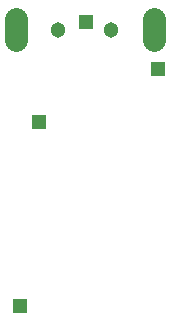
<source format=gbs>
G75*
%MOIN*%
%OFA0B0*%
%FSLAX24Y24*%
%IPPOS*%
%LPD*%
%AMOC8*
5,1,8,0,0,1.08239X$1,22.5*
%
%ADD10C,0.0780*%
%ADD11C,0.0513*%
%ADD12C,0.0395*%
%ADD13R,0.0516X0.0516*%
D10*
X001085Y013381D02*
X001085Y014081D01*
X005691Y014081D02*
X005691Y013381D01*
D11*
X004274Y013703D03*
X002503Y013703D03*
D12*
X001085Y013573D03*
X001085Y013416D03*
X001085Y013888D03*
X001085Y014046D03*
X005691Y014046D03*
X005691Y013888D03*
X005691Y013573D03*
X005691Y013416D03*
D13*
X001215Y004522D03*
X001845Y010648D03*
X003424Y013979D03*
X005841Y012408D03*
M02*

</source>
